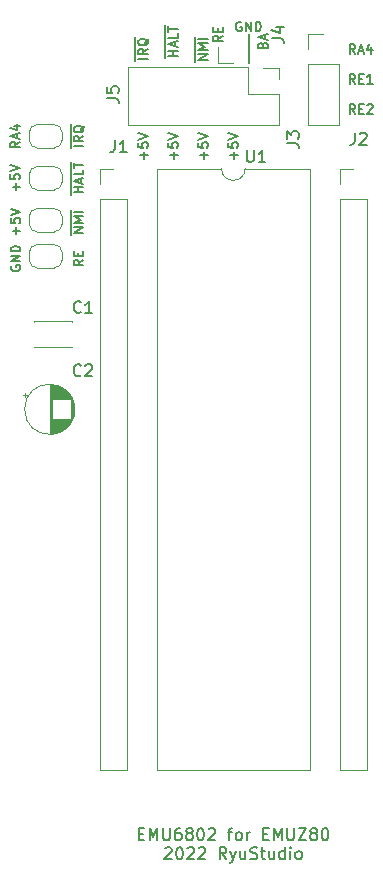
<source format=gto>
G04 #@! TF.GenerationSoftware,KiCad,Pcbnew,(6.0.7)*
G04 #@! TF.CreationDate,2022-08-25T15:57:15-07:00*
G04 #@! TF.ProjectId,emu6802,656d7536-3830-4322-9e6b-696361645f70,rev?*
G04 #@! TF.SameCoordinates,Original*
G04 #@! TF.FileFunction,Legend,Top*
G04 #@! TF.FilePolarity,Positive*
%FSLAX46Y46*%
G04 Gerber Fmt 4.6, Leading zero omitted, Abs format (unit mm)*
G04 Created by KiCad (PCBNEW (6.0.7)) date 2022-08-25 15:57:15*
%MOMM*%
%LPD*%
G01*
G04 APERTURE LIST*
%ADD10C,0.150000*%
%ADD11C,0.120000*%
G04 APERTURE END LIST*
D10*
X53051904Y-62452190D02*
X52670952Y-62718857D01*
X53051904Y-62909333D02*
X52251904Y-62909333D01*
X52251904Y-62604571D01*
X52290000Y-62528380D01*
X52328095Y-62490285D01*
X52404285Y-62452190D01*
X52518571Y-62452190D01*
X52594761Y-62490285D01*
X52632857Y-62528380D01*
X52670952Y-62604571D01*
X52670952Y-62909333D01*
X52823333Y-62147428D02*
X52823333Y-61766476D01*
X53051904Y-62223619D02*
X52251904Y-61956952D01*
X53051904Y-61690285D01*
X52518571Y-61080761D02*
X53051904Y-61080761D01*
X52213809Y-61271238D02*
X52785238Y-61461714D01*
X52785238Y-60966476D01*
X58415904Y-72458285D02*
X58034952Y-72724952D01*
X58415904Y-72915428D02*
X57615904Y-72915428D01*
X57615904Y-72610666D01*
X57654000Y-72534476D01*
X57692095Y-72496380D01*
X57768285Y-72458285D01*
X57882571Y-72458285D01*
X57958761Y-72496380D01*
X57996857Y-72534476D01*
X58034952Y-72610666D01*
X58034952Y-72915428D01*
X57996857Y-72115428D02*
X57996857Y-71848761D01*
X58415904Y-71734476D02*
X58415904Y-72115428D01*
X57615904Y-72115428D01*
X57615904Y-71734476D01*
X70211904Y-53454285D02*
X69830952Y-53720952D01*
X70211904Y-53911428D02*
X69411904Y-53911428D01*
X69411904Y-53606666D01*
X69450000Y-53530476D01*
X69488095Y-53492380D01*
X69564285Y-53454285D01*
X69678571Y-53454285D01*
X69754761Y-53492380D01*
X69792857Y-53530476D01*
X69830952Y-53606666D01*
X69830952Y-53911428D01*
X69792857Y-53111428D02*
X69792857Y-52844761D01*
X70211904Y-52730476D02*
X70211904Y-53111428D01*
X69411904Y-53111428D01*
X69411904Y-52730476D01*
X81438809Y-54971904D02*
X81172142Y-54590952D01*
X80981666Y-54971904D02*
X80981666Y-54171904D01*
X81286428Y-54171904D01*
X81362619Y-54210000D01*
X81400714Y-54248095D01*
X81438809Y-54324285D01*
X81438809Y-54438571D01*
X81400714Y-54514761D01*
X81362619Y-54552857D01*
X81286428Y-54590952D01*
X80981666Y-54590952D01*
X81743571Y-54743333D02*
X82124523Y-54743333D01*
X81667380Y-54971904D02*
X81934047Y-54171904D01*
X82200714Y-54971904D01*
X82810238Y-54438571D02*
X82810238Y-54971904D01*
X82619761Y-54133809D02*
X82429285Y-54705238D01*
X82924523Y-54705238D01*
X65376000Y-55365476D02*
X65376000Y-54527380D01*
X66401904Y-55175000D02*
X65601904Y-55175000D01*
X65982857Y-55175000D02*
X65982857Y-54717857D01*
X66401904Y-54717857D02*
X65601904Y-54717857D01*
X65376000Y-54527380D02*
X65376000Y-53841666D01*
X66173333Y-54375000D02*
X66173333Y-53994047D01*
X66401904Y-54451190D02*
X65601904Y-54184523D01*
X66401904Y-53917857D01*
X65376000Y-53841666D02*
X65376000Y-53194047D01*
X66401904Y-53270238D02*
X66401904Y-53651190D01*
X65601904Y-53651190D01*
X65376000Y-53194047D02*
X65376000Y-52584523D01*
X65601904Y-53117857D02*
X65601904Y-52660714D01*
X66401904Y-52889285D02*
X65601904Y-52889285D01*
X71177142Y-63893571D02*
X71177142Y-63284047D01*
X71481904Y-63588809D02*
X70872380Y-63588809D01*
X70681904Y-62522142D02*
X70681904Y-62903095D01*
X71062857Y-62941190D01*
X71024761Y-62903095D01*
X70986666Y-62826904D01*
X70986666Y-62636428D01*
X71024761Y-62560238D01*
X71062857Y-62522142D01*
X71139047Y-62484047D01*
X71329523Y-62484047D01*
X71405714Y-62522142D01*
X71443809Y-62560238D01*
X71481904Y-62636428D01*
X71481904Y-62826904D01*
X71443809Y-62903095D01*
X71405714Y-62941190D01*
X70681904Y-62255476D02*
X71481904Y-61988809D01*
X70681904Y-61722142D01*
X52762142Y-70294569D02*
X52762142Y-69685045D01*
X53066904Y-69989807D02*
X52457380Y-69989807D01*
X52266904Y-68923140D02*
X52266904Y-69304093D01*
X52647857Y-69342188D01*
X52609761Y-69304093D01*
X52571666Y-69227902D01*
X52571666Y-69037426D01*
X52609761Y-68961236D01*
X52647857Y-68923140D01*
X52724047Y-68885045D01*
X52914523Y-68885045D01*
X52990714Y-68923140D01*
X53028809Y-68961236D01*
X53066904Y-69037426D01*
X53066904Y-69227902D01*
X53028809Y-69304093D01*
X52990714Y-69342188D01*
X52266904Y-68656474D02*
X53066904Y-68389807D01*
X52266904Y-68123140D01*
X52747142Y-66560571D02*
X52747142Y-65951047D01*
X53051904Y-66255809D02*
X52442380Y-66255809D01*
X52251904Y-65189142D02*
X52251904Y-65570095D01*
X52632857Y-65608190D01*
X52594761Y-65570095D01*
X52556666Y-65493904D01*
X52556666Y-65303428D01*
X52594761Y-65227238D01*
X52632857Y-65189142D01*
X52709047Y-65151047D01*
X52899523Y-65151047D01*
X52975714Y-65189142D01*
X53013809Y-65227238D01*
X53051904Y-65303428D01*
X53051904Y-65493904D01*
X53013809Y-65570095D01*
X52975714Y-65608190D01*
X52251904Y-64922476D02*
X53051904Y-64655809D01*
X52251904Y-64389142D01*
X68637142Y-63893571D02*
X68637142Y-63284047D01*
X68941904Y-63588809D02*
X68332380Y-63588809D01*
X68141904Y-62522142D02*
X68141904Y-62903095D01*
X68522857Y-62941190D01*
X68484761Y-62903095D01*
X68446666Y-62826904D01*
X68446666Y-62636428D01*
X68484761Y-62560238D01*
X68522857Y-62522142D01*
X68599047Y-62484047D01*
X68789523Y-62484047D01*
X68865714Y-62522142D01*
X68903809Y-62560238D01*
X68941904Y-62636428D01*
X68941904Y-62826904D01*
X68903809Y-62903095D01*
X68865714Y-62941190D01*
X68141904Y-62255476D02*
X68941904Y-61988809D01*
X68141904Y-61722142D01*
X63557142Y-63893571D02*
X63557142Y-63284047D01*
X63861904Y-63588809D02*
X63252380Y-63588809D01*
X63061904Y-62522142D02*
X63061904Y-62903095D01*
X63442857Y-62941190D01*
X63404761Y-62903095D01*
X63366666Y-62826904D01*
X63366666Y-62636428D01*
X63404761Y-62560238D01*
X63442857Y-62522142D01*
X63519047Y-62484047D01*
X63709523Y-62484047D01*
X63785714Y-62522142D01*
X63823809Y-62560238D01*
X63861904Y-62636428D01*
X63861904Y-62826904D01*
X63823809Y-62903095D01*
X63785714Y-62941190D01*
X63061904Y-62255476D02*
X63861904Y-61988809D01*
X63061904Y-61722142D01*
X71780476Y-52305000D02*
X71704285Y-52266904D01*
X71590000Y-52266904D01*
X71475714Y-52305000D01*
X71399523Y-52381190D01*
X71361428Y-52457380D01*
X71323333Y-52609761D01*
X71323333Y-52724047D01*
X71361428Y-52876428D01*
X71399523Y-52952619D01*
X71475714Y-53028809D01*
X71590000Y-53066904D01*
X71666190Y-53066904D01*
X71780476Y-53028809D01*
X71818571Y-52990714D01*
X71818571Y-52724047D01*
X71666190Y-52724047D01*
X72161428Y-53066904D02*
X72161428Y-52266904D01*
X72618571Y-53066904D01*
X72618571Y-52266904D01*
X72999523Y-53066904D02*
X72999523Y-52266904D01*
X73190000Y-52266904D01*
X73304285Y-52305000D01*
X73380476Y-52381190D01*
X73418571Y-52457380D01*
X73456666Y-52609761D01*
X73456666Y-52724047D01*
X73418571Y-52876428D01*
X73380476Y-52952619D01*
X73304285Y-53028809D01*
X73190000Y-53066904D01*
X72999523Y-53066904D01*
X81419761Y-60051904D02*
X81153095Y-59670952D01*
X80962619Y-60051904D02*
X80962619Y-59251904D01*
X81267380Y-59251904D01*
X81343571Y-59290000D01*
X81381666Y-59328095D01*
X81419761Y-59404285D01*
X81419761Y-59518571D01*
X81381666Y-59594761D01*
X81343571Y-59632857D01*
X81267380Y-59670952D01*
X80962619Y-59670952D01*
X81762619Y-59632857D02*
X82029285Y-59632857D01*
X82143571Y-60051904D02*
X81762619Y-60051904D01*
X81762619Y-59251904D01*
X82143571Y-59251904D01*
X82448333Y-59328095D02*
X82486428Y-59290000D01*
X82562619Y-59251904D01*
X82753095Y-59251904D01*
X82829285Y-59290000D01*
X82867380Y-59328095D01*
X82905476Y-59404285D01*
X82905476Y-59480476D01*
X82867380Y-59594761D01*
X82410238Y-60051904D01*
X82905476Y-60051904D01*
X62836000Y-55619523D02*
X62836000Y-55238571D01*
X63861904Y-55429047D02*
X63061904Y-55429047D01*
X62836000Y-55238571D02*
X62836000Y-54438571D01*
X63861904Y-54590952D02*
X63480952Y-54857619D01*
X63861904Y-55048095D02*
X63061904Y-55048095D01*
X63061904Y-54743333D01*
X63100000Y-54667142D01*
X63138095Y-54629047D01*
X63214285Y-54590952D01*
X63328571Y-54590952D01*
X63404761Y-54629047D01*
X63442857Y-54667142D01*
X63480952Y-54743333D01*
X63480952Y-55048095D01*
X62836000Y-54438571D02*
X62836000Y-53600476D01*
X63938095Y-53714761D02*
X63900000Y-53790952D01*
X63823809Y-53867142D01*
X63709523Y-53981428D01*
X63671428Y-54057619D01*
X63671428Y-54133809D01*
X63861904Y-54095714D02*
X63823809Y-54171904D01*
X63747619Y-54248095D01*
X63595238Y-54286190D01*
X63328571Y-54286190D01*
X63176190Y-54248095D01*
X63100000Y-54171904D01*
X63061904Y-54095714D01*
X63061904Y-53943333D01*
X63100000Y-53867142D01*
X63176190Y-53790952D01*
X63328571Y-53752857D01*
X63595238Y-53752857D01*
X63747619Y-53790952D01*
X63823809Y-53867142D01*
X63861904Y-53943333D01*
X63861904Y-54095714D01*
X57390000Y-66922476D02*
X57390000Y-66084380D01*
X58415904Y-66732000D02*
X57615904Y-66732000D01*
X57996857Y-66732000D02*
X57996857Y-66274857D01*
X58415904Y-66274857D02*
X57615904Y-66274857D01*
X57390000Y-66084380D02*
X57390000Y-65398666D01*
X58187333Y-65932000D02*
X58187333Y-65551047D01*
X58415904Y-66008190D02*
X57615904Y-65741523D01*
X58415904Y-65474857D01*
X57390000Y-65398666D02*
X57390000Y-64751047D01*
X58415904Y-64827238D02*
X58415904Y-65208190D01*
X57615904Y-65208190D01*
X57390000Y-64751047D02*
X57390000Y-64141523D01*
X57615904Y-64674857D02*
X57615904Y-64217714D01*
X58415904Y-64446285D02*
X57615904Y-64446285D01*
X57390000Y-62985523D02*
X57390000Y-62604571D01*
X58415904Y-62795047D02*
X57615904Y-62795047D01*
X57390000Y-62604571D02*
X57390000Y-61804571D01*
X58415904Y-61956952D02*
X58034952Y-62223619D01*
X58415904Y-62414095D02*
X57615904Y-62414095D01*
X57615904Y-62109333D01*
X57654000Y-62033142D01*
X57692095Y-61995047D01*
X57768285Y-61956952D01*
X57882571Y-61956952D01*
X57958761Y-61995047D01*
X57996857Y-62033142D01*
X58034952Y-62109333D01*
X58034952Y-62414095D01*
X57390000Y-61804571D02*
X57390000Y-60966476D01*
X58492095Y-61080761D02*
X58454000Y-61156952D01*
X58377809Y-61233142D01*
X58263523Y-61347428D01*
X58225428Y-61423619D01*
X58225428Y-61499809D01*
X58415904Y-61461714D02*
X58377809Y-61537904D01*
X58301619Y-61614095D01*
X58149238Y-61652190D01*
X57882571Y-61652190D01*
X57730190Y-61614095D01*
X57654000Y-61537904D01*
X57615904Y-61461714D01*
X57615904Y-61309333D01*
X57654000Y-61233142D01*
X57730190Y-61156952D01*
X57882571Y-61118857D01*
X58149238Y-61118857D01*
X58301619Y-61156952D01*
X58377809Y-61233142D01*
X58415904Y-61309333D01*
X58415904Y-61461714D01*
X66097142Y-63893571D02*
X66097142Y-63284047D01*
X66401904Y-63588809D02*
X65792380Y-63588809D01*
X65601904Y-62522142D02*
X65601904Y-62903095D01*
X65982857Y-62941190D01*
X65944761Y-62903095D01*
X65906666Y-62826904D01*
X65906666Y-62636428D01*
X65944761Y-62560238D01*
X65982857Y-62522142D01*
X66059047Y-62484047D01*
X66249523Y-62484047D01*
X66325714Y-62522142D01*
X66363809Y-62560238D01*
X66401904Y-62636428D01*
X66401904Y-62826904D01*
X66363809Y-62903095D01*
X66325714Y-62941190D01*
X65601904Y-62255476D02*
X66401904Y-61988809D01*
X65601904Y-61722142D01*
X52305000Y-72953523D02*
X52266904Y-73029714D01*
X52266904Y-73144000D01*
X52305000Y-73258285D01*
X52381190Y-73334476D01*
X52457380Y-73372571D01*
X52609761Y-73410666D01*
X52724047Y-73410666D01*
X52876428Y-73372571D01*
X52952619Y-73334476D01*
X53028809Y-73258285D01*
X53066904Y-73144000D01*
X53066904Y-73067809D01*
X53028809Y-72953523D01*
X52990714Y-72915428D01*
X52724047Y-72915428D01*
X52724047Y-73067809D01*
X53066904Y-72572571D02*
X52266904Y-72572571D01*
X53066904Y-72115428D01*
X52266904Y-72115428D01*
X53066904Y-71734476D02*
X52266904Y-71734476D01*
X52266904Y-71544000D01*
X52305000Y-71429714D01*
X52381190Y-71353523D01*
X52457380Y-71315428D01*
X52609761Y-71277333D01*
X52724047Y-71277333D01*
X52876428Y-71315428D01*
X52952619Y-71353523D01*
X53028809Y-71429714D01*
X53066904Y-71544000D01*
X53066904Y-71734476D01*
X67916000Y-55676666D02*
X67916000Y-54838571D01*
X68941904Y-55486190D02*
X68141904Y-55486190D01*
X68941904Y-55029047D01*
X68141904Y-55029047D01*
X67916000Y-54838571D02*
X67916000Y-53924285D01*
X68941904Y-54648095D02*
X68141904Y-54648095D01*
X68713333Y-54381428D01*
X68141904Y-54114761D01*
X68941904Y-54114761D01*
X67916000Y-53924285D02*
X67916000Y-53543333D01*
X68941904Y-53733809D02*
X68141904Y-53733809D01*
X57390000Y-70332664D02*
X57390000Y-69494569D01*
X58415904Y-70142188D02*
X57615904Y-70142188D01*
X58415904Y-69685045D01*
X57615904Y-69685045D01*
X57390000Y-69494569D02*
X57390000Y-68580283D01*
X58415904Y-69304093D02*
X57615904Y-69304093D01*
X58187333Y-69037426D01*
X57615904Y-68770759D01*
X58415904Y-68770759D01*
X57390000Y-68580283D02*
X57390000Y-68199331D01*
X58415904Y-68389807D02*
X57615904Y-68389807D01*
X73602857Y-54260714D02*
X73640952Y-54146428D01*
X73679047Y-54108333D01*
X73755238Y-54070238D01*
X73869523Y-54070238D01*
X73945714Y-54108333D01*
X73983809Y-54146428D01*
X74021904Y-54222619D01*
X74021904Y-54527380D01*
X73221904Y-54527380D01*
X73221904Y-54260714D01*
X73260000Y-54184523D01*
X73298095Y-54146428D01*
X73374285Y-54108333D01*
X73450476Y-54108333D01*
X73526666Y-54146428D01*
X73564761Y-54184523D01*
X73602857Y-54260714D01*
X73602857Y-54527380D01*
X73793333Y-53765476D02*
X73793333Y-53384523D01*
X74021904Y-53841666D02*
X73221904Y-53575000D01*
X74021904Y-53308333D01*
X63120000Y-121043571D02*
X63453333Y-121043571D01*
X63596190Y-121567380D02*
X63120000Y-121567380D01*
X63120000Y-120567380D01*
X63596190Y-120567380D01*
X64024761Y-121567380D02*
X64024761Y-120567380D01*
X64358095Y-121281666D01*
X64691428Y-120567380D01*
X64691428Y-121567380D01*
X65167619Y-120567380D02*
X65167619Y-121376904D01*
X65215238Y-121472142D01*
X65262857Y-121519761D01*
X65358095Y-121567380D01*
X65548571Y-121567380D01*
X65643809Y-121519761D01*
X65691428Y-121472142D01*
X65739047Y-121376904D01*
X65739047Y-120567380D01*
X66643809Y-120567380D02*
X66453333Y-120567380D01*
X66358095Y-120615000D01*
X66310476Y-120662619D01*
X66215238Y-120805476D01*
X66167619Y-120995952D01*
X66167619Y-121376904D01*
X66215238Y-121472142D01*
X66262857Y-121519761D01*
X66358095Y-121567380D01*
X66548571Y-121567380D01*
X66643809Y-121519761D01*
X66691428Y-121472142D01*
X66739047Y-121376904D01*
X66739047Y-121138809D01*
X66691428Y-121043571D01*
X66643809Y-120995952D01*
X66548571Y-120948333D01*
X66358095Y-120948333D01*
X66262857Y-120995952D01*
X66215238Y-121043571D01*
X66167619Y-121138809D01*
X67310476Y-120995952D02*
X67215238Y-120948333D01*
X67167619Y-120900714D01*
X67120000Y-120805476D01*
X67120000Y-120757857D01*
X67167619Y-120662619D01*
X67215238Y-120615000D01*
X67310476Y-120567380D01*
X67500952Y-120567380D01*
X67596190Y-120615000D01*
X67643809Y-120662619D01*
X67691428Y-120757857D01*
X67691428Y-120805476D01*
X67643809Y-120900714D01*
X67596190Y-120948333D01*
X67500952Y-120995952D01*
X67310476Y-120995952D01*
X67215238Y-121043571D01*
X67167619Y-121091190D01*
X67120000Y-121186428D01*
X67120000Y-121376904D01*
X67167619Y-121472142D01*
X67215238Y-121519761D01*
X67310476Y-121567380D01*
X67500952Y-121567380D01*
X67596190Y-121519761D01*
X67643809Y-121472142D01*
X67691428Y-121376904D01*
X67691428Y-121186428D01*
X67643809Y-121091190D01*
X67596190Y-121043571D01*
X67500952Y-120995952D01*
X68310476Y-120567380D02*
X68405714Y-120567380D01*
X68500952Y-120615000D01*
X68548571Y-120662619D01*
X68596190Y-120757857D01*
X68643809Y-120948333D01*
X68643809Y-121186428D01*
X68596190Y-121376904D01*
X68548571Y-121472142D01*
X68500952Y-121519761D01*
X68405714Y-121567380D01*
X68310476Y-121567380D01*
X68215238Y-121519761D01*
X68167619Y-121472142D01*
X68120000Y-121376904D01*
X68072380Y-121186428D01*
X68072380Y-120948333D01*
X68120000Y-120757857D01*
X68167619Y-120662619D01*
X68215238Y-120615000D01*
X68310476Y-120567380D01*
X69024761Y-120662619D02*
X69072380Y-120615000D01*
X69167619Y-120567380D01*
X69405714Y-120567380D01*
X69500952Y-120615000D01*
X69548571Y-120662619D01*
X69596190Y-120757857D01*
X69596190Y-120853095D01*
X69548571Y-120995952D01*
X68977142Y-121567380D01*
X69596190Y-121567380D01*
X70643809Y-120900714D02*
X71024761Y-120900714D01*
X70786666Y-121567380D02*
X70786666Y-120710238D01*
X70834285Y-120615000D01*
X70929523Y-120567380D01*
X71024761Y-120567380D01*
X71500952Y-121567380D02*
X71405714Y-121519761D01*
X71358095Y-121472142D01*
X71310476Y-121376904D01*
X71310476Y-121091190D01*
X71358095Y-120995952D01*
X71405714Y-120948333D01*
X71500952Y-120900714D01*
X71643809Y-120900714D01*
X71739047Y-120948333D01*
X71786666Y-120995952D01*
X71834285Y-121091190D01*
X71834285Y-121376904D01*
X71786666Y-121472142D01*
X71739047Y-121519761D01*
X71643809Y-121567380D01*
X71500952Y-121567380D01*
X72262857Y-121567380D02*
X72262857Y-120900714D01*
X72262857Y-121091190D02*
X72310476Y-120995952D01*
X72358095Y-120948333D01*
X72453333Y-120900714D01*
X72548571Y-120900714D01*
X73643809Y-121043571D02*
X73977142Y-121043571D01*
X74120000Y-121567380D02*
X73643809Y-121567380D01*
X73643809Y-120567380D01*
X74120000Y-120567380D01*
X74548571Y-121567380D02*
X74548571Y-120567380D01*
X74881904Y-121281666D01*
X75215238Y-120567380D01*
X75215238Y-121567380D01*
X75691428Y-120567380D02*
X75691428Y-121376904D01*
X75739047Y-121472142D01*
X75786666Y-121519761D01*
X75881904Y-121567380D01*
X76072380Y-121567380D01*
X76167619Y-121519761D01*
X76215238Y-121472142D01*
X76262857Y-121376904D01*
X76262857Y-120567380D01*
X76643809Y-120567380D02*
X77310476Y-120567380D01*
X76643809Y-121567380D01*
X77310476Y-121567380D01*
X77834285Y-120995952D02*
X77739047Y-120948333D01*
X77691428Y-120900714D01*
X77643809Y-120805476D01*
X77643809Y-120757857D01*
X77691428Y-120662619D01*
X77739047Y-120615000D01*
X77834285Y-120567380D01*
X78024761Y-120567380D01*
X78120000Y-120615000D01*
X78167619Y-120662619D01*
X78215238Y-120757857D01*
X78215238Y-120805476D01*
X78167619Y-120900714D01*
X78120000Y-120948333D01*
X78024761Y-120995952D01*
X77834285Y-120995952D01*
X77739047Y-121043571D01*
X77691428Y-121091190D01*
X77643809Y-121186428D01*
X77643809Y-121376904D01*
X77691428Y-121472142D01*
X77739047Y-121519761D01*
X77834285Y-121567380D01*
X78024761Y-121567380D01*
X78120000Y-121519761D01*
X78167619Y-121472142D01*
X78215238Y-121376904D01*
X78215238Y-121186428D01*
X78167619Y-121091190D01*
X78120000Y-121043571D01*
X78024761Y-120995952D01*
X78834285Y-120567380D02*
X78929523Y-120567380D01*
X79024761Y-120615000D01*
X79072380Y-120662619D01*
X79120000Y-120757857D01*
X79167619Y-120948333D01*
X79167619Y-121186428D01*
X79120000Y-121376904D01*
X79072380Y-121472142D01*
X79024761Y-121519761D01*
X78929523Y-121567380D01*
X78834285Y-121567380D01*
X78739047Y-121519761D01*
X78691428Y-121472142D01*
X78643809Y-121376904D01*
X78596190Y-121186428D01*
X78596190Y-120948333D01*
X78643809Y-120757857D01*
X78691428Y-120662619D01*
X78739047Y-120615000D01*
X78834285Y-120567380D01*
X65334285Y-122272619D02*
X65381904Y-122225000D01*
X65477142Y-122177380D01*
X65715238Y-122177380D01*
X65810476Y-122225000D01*
X65858095Y-122272619D01*
X65905714Y-122367857D01*
X65905714Y-122463095D01*
X65858095Y-122605952D01*
X65286666Y-123177380D01*
X65905714Y-123177380D01*
X66524761Y-122177380D02*
X66620000Y-122177380D01*
X66715238Y-122225000D01*
X66762857Y-122272619D01*
X66810476Y-122367857D01*
X66858095Y-122558333D01*
X66858095Y-122796428D01*
X66810476Y-122986904D01*
X66762857Y-123082142D01*
X66715238Y-123129761D01*
X66620000Y-123177380D01*
X66524761Y-123177380D01*
X66429523Y-123129761D01*
X66381904Y-123082142D01*
X66334285Y-122986904D01*
X66286666Y-122796428D01*
X66286666Y-122558333D01*
X66334285Y-122367857D01*
X66381904Y-122272619D01*
X66429523Y-122225000D01*
X66524761Y-122177380D01*
X67239047Y-122272619D02*
X67286666Y-122225000D01*
X67381904Y-122177380D01*
X67620000Y-122177380D01*
X67715238Y-122225000D01*
X67762857Y-122272619D01*
X67810476Y-122367857D01*
X67810476Y-122463095D01*
X67762857Y-122605952D01*
X67191428Y-123177380D01*
X67810476Y-123177380D01*
X68191428Y-122272619D02*
X68239047Y-122225000D01*
X68334285Y-122177380D01*
X68572380Y-122177380D01*
X68667619Y-122225000D01*
X68715238Y-122272619D01*
X68762857Y-122367857D01*
X68762857Y-122463095D01*
X68715238Y-122605952D01*
X68143809Y-123177380D01*
X68762857Y-123177380D01*
X70524761Y-123177380D02*
X70191428Y-122701190D01*
X69953333Y-123177380D02*
X69953333Y-122177380D01*
X70334285Y-122177380D01*
X70429523Y-122225000D01*
X70477142Y-122272619D01*
X70524761Y-122367857D01*
X70524761Y-122510714D01*
X70477142Y-122605952D01*
X70429523Y-122653571D01*
X70334285Y-122701190D01*
X69953333Y-122701190D01*
X70858095Y-122510714D02*
X71096190Y-123177380D01*
X71334285Y-122510714D02*
X71096190Y-123177380D01*
X71000952Y-123415476D01*
X70953333Y-123463095D01*
X70858095Y-123510714D01*
X72143809Y-122510714D02*
X72143809Y-123177380D01*
X71715238Y-122510714D02*
X71715238Y-123034523D01*
X71762857Y-123129761D01*
X71858095Y-123177380D01*
X72000952Y-123177380D01*
X72096190Y-123129761D01*
X72143809Y-123082142D01*
X72572380Y-123129761D02*
X72715238Y-123177380D01*
X72953333Y-123177380D01*
X73048571Y-123129761D01*
X73096190Y-123082142D01*
X73143809Y-122986904D01*
X73143809Y-122891666D01*
X73096190Y-122796428D01*
X73048571Y-122748809D01*
X72953333Y-122701190D01*
X72762857Y-122653571D01*
X72667619Y-122605952D01*
X72620000Y-122558333D01*
X72572380Y-122463095D01*
X72572380Y-122367857D01*
X72620000Y-122272619D01*
X72667619Y-122225000D01*
X72762857Y-122177380D01*
X73000952Y-122177380D01*
X73143809Y-122225000D01*
X73429523Y-122510714D02*
X73810476Y-122510714D01*
X73572380Y-122177380D02*
X73572380Y-123034523D01*
X73620000Y-123129761D01*
X73715238Y-123177380D01*
X73810476Y-123177380D01*
X74572380Y-122510714D02*
X74572380Y-123177380D01*
X74143809Y-122510714D02*
X74143809Y-123034523D01*
X74191428Y-123129761D01*
X74286666Y-123177380D01*
X74429523Y-123177380D01*
X74524761Y-123129761D01*
X74572380Y-123082142D01*
X75477142Y-123177380D02*
X75477142Y-122177380D01*
X75477142Y-123129761D02*
X75381904Y-123177380D01*
X75191428Y-123177380D01*
X75096190Y-123129761D01*
X75048571Y-123082142D01*
X75000952Y-122986904D01*
X75000952Y-122701190D01*
X75048571Y-122605952D01*
X75096190Y-122558333D01*
X75191428Y-122510714D01*
X75381904Y-122510714D01*
X75477142Y-122558333D01*
X75953333Y-123177380D02*
X75953333Y-122510714D01*
X75953333Y-122177380D02*
X75905714Y-122225000D01*
X75953333Y-122272619D01*
X76000952Y-122225000D01*
X75953333Y-122177380D01*
X75953333Y-122272619D01*
X76572380Y-123177380D02*
X76477142Y-123129761D01*
X76429523Y-123082142D01*
X76381904Y-122986904D01*
X76381904Y-122701190D01*
X76429523Y-122605952D01*
X76477142Y-122558333D01*
X76572380Y-122510714D01*
X76715238Y-122510714D01*
X76810476Y-122558333D01*
X76858095Y-122605952D01*
X76905714Y-122701190D01*
X76905714Y-122986904D01*
X76858095Y-123082142D01*
X76810476Y-123129761D01*
X76715238Y-123177380D01*
X76572380Y-123177380D01*
X81419761Y-57511904D02*
X81153095Y-57130952D01*
X80962619Y-57511904D02*
X80962619Y-56711904D01*
X81267380Y-56711904D01*
X81343571Y-56750000D01*
X81381666Y-56788095D01*
X81419761Y-56864285D01*
X81419761Y-56978571D01*
X81381666Y-57054761D01*
X81343571Y-57092857D01*
X81267380Y-57130952D01*
X80962619Y-57130952D01*
X81762619Y-57092857D02*
X82029285Y-57092857D01*
X82143571Y-57511904D02*
X81762619Y-57511904D01*
X81762619Y-56711904D01*
X82143571Y-56711904D01*
X82905476Y-57511904D02*
X82448333Y-57511904D01*
X82676904Y-57511904D02*
X82676904Y-56711904D01*
X82600714Y-56826190D01*
X82524523Y-56902380D01*
X82448333Y-56940476D01*
X58213333Y-82197142D02*
X58165714Y-82244761D01*
X58022857Y-82292380D01*
X57927619Y-82292380D01*
X57784761Y-82244761D01*
X57689523Y-82149523D01*
X57641904Y-82054285D01*
X57594285Y-81863809D01*
X57594285Y-81720952D01*
X57641904Y-81530476D01*
X57689523Y-81435238D01*
X57784761Y-81340000D01*
X57927619Y-81292380D01*
X58022857Y-81292380D01*
X58165714Y-81340000D01*
X58213333Y-81387619D01*
X58594285Y-81387619D02*
X58641904Y-81340000D01*
X58737142Y-81292380D01*
X58975238Y-81292380D01*
X59070476Y-81340000D01*
X59118095Y-81387619D01*
X59165714Y-81482857D01*
X59165714Y-81578095D01*
X59118095Y-81720952D01*
X58546666Y-82292380D01*
X59165714Y-82292380D01*
X81403866Y-61682380D02*
X81403866Y-62396666D01*
X81356247Y-62539523D01*
X81261009Y-62634761D01*
X81118152Y-62682380D01*
X81022914Y-62682380D01*
X81832438Y-61777619D02*
X81880057Y-61730000D01*
X81975295Y-61682380D01*
X82213390Y-61682380D01*
X82308628Y-61730000D01*
X82356247Y-61777619D01*
X82403866Y-61872857D01*
X82403866Y-61968095D01*
X82356247Y-62110952D01*
X81784819Y-62682380D01*
X82403866Y-62682380D01*
X60412380Y-58753333D02*
X61126666Y-58753333D01*
X61269523Y-58800952D01*
X61364761Y-58896190D01*
X61412380Y-59039047D01*
X61412380Y-59134285D01*
X60412380Y-57800952D02*
X60412380Y-58277142D01*
X60888571Y-58324761D01*
X60840952Y-58277142D01*
X60793333Y-58181904D01*
X60793333Y-57943809D01*
X60840952Y-57848571D01*
X60888571Y-57800952D01*
X60983809Y-57753333D01*
X61221904Y-57753333D01*
X61317142Y-57800952D01*
X61364761Y-57848571D01*
X61412380Y-57943809D01*
X61412380Y-58181904D01*
X61364761Y-58277142D01*
X61317142Y-58324761D01*
X58213333Y-76847142D02*
X58165714Y-76894761D01*
X58022857Y-76942380D01*
X57927619Y-76942380D01*
X57784761Y-76894761D01*
X57689523Y-76799523D01*
X57641904Y-76704285D01*
X57594285Y-76513809D01*
X57594285Y-76370952D01*
X57641904Y-76180476D01*
X57689523Y-76085238D01*
X57784761Y-75990000D01*
X57927619Y-75942380D01*
X58022857Y-75942380D01*
X58165714Y-75990000D01*
X58213333Y-76037619D01*
X59165714Y-76942380D02*
X58594285Y-76942380D01*
X58880000Y-76942380D02*
X58880000Y-75942380D01*
X58784761Y-76085238D01*
X58689523Y-76180476D01*
X58594285Y-76228095D01*
X72263095Y-63162380D02*
X72263095Y-63971904D01*
X72310714Y-64067142D01*
X72358333Y-64114761D01*
X72453571Y-64162380D01*
X72644047Y-64162380D01*
X72739285Y-64114761D01*
X72786904Y-64067142D01*
X72834523Y-63971904D01*
X72834523Y-63162380D01*
X73834523Y-64162380D02*
X73263095Y-64162380D01*
X73548809Y-64162380D02*
X73548809Y-63162380D01*
X73453571Y-63305238D01*
X73358333Y-63400476D01*
X73263095Y-63448095D01*
X74382380Y-53673333D02*
X75096666Y-53673333D01*
X75239523Y-53720952D01*
X75334761Y-53816190D01*
X75382380Y-53959047D01*
X75382380Y-54054285D01*
X74715714Y-52768571D02*
X75382380Y-52768571D01*
X74334761Y-53006666D02*
X75049047Y-53244761D01*
X75049047Y-52625714D01*
X61083866Y-62317380D02*
X61083866Y-63031666D01*
X61036247Y-63174523D01*
X60941009Y-63269761D01*
X60798152Y-63317380D01*
X60702914Y-63317380D01*
X62083866Y-63317380D02*
X61512438Y-63317380D01*
X61798152Y-63317380D02*
X61798152Y-62317380D01*
X61702914Y-62460238D01*
X61607676Y-62555476D01*
X61512438Y-62603095D01*
X75652380Y-62563333D02*
X76366666Y-62563333D01*
X76509523Y-62610952D01*
X76604761Y-62706190D01*
X76652380Y-62849047D01*
X76652380Y-62944285D01*
X75652380Y-62182380D02*
X75652380Y-61563333D01*
X76033333Y-61896666D01*
X76033333Y-61753809D01*
X76080952Y-61658571D01*
X76128571Y-61610952D01*
X76223809Y-61563333D01*
X76461904Y-61563333D01*
X76557142Y-61610952D01*
X76604761Y-61658571D01*
X76652380Y-61753809D01*
X76652380Y-62039523D01*
X76604761Y-62134761D01*
X76557142Y-62182380D01*
D11*
X56891000Y-83471000D02*
X56891000Y-84250000D01*
X56571000Y-85930000D02*
X56571000Y-86920000D01*
X56010000Y-85930000D02*
X56010000Y-87124000D01*
X57411000Y-84077000D02*
X57411000Y-86103000D01*
X53300199Y-83895000D02*
X53700199Y-83895000D01*
X56291000Y-83136000D02*
X56291000Y-84250000D01*
X56130000Y-85930000D02*
X56130000Y-87095000D01*
X56971000Y-85930000D02*
X56971000Y-86642000D01*
X56531000Y-83239000D02*
X56531000Y-84250000D01*
X55930000Y-83040000D02*
X55930000Y-84250000D01*
X56731000Y-83355000D02*
X56731000Y-84250000D01*
X56250000Y-85930000D02*
X56250000Y-87058000D01*
X56170000Y-85930000D02*
X56170000Y-87084000D01*
X57651000Y-84720000D02*
X57651000Y-85460000D01*
X56411000Y-83183000D02*
X56411000Y-84250000D01*
X56611000Y-83282000D02*
X56611000Y-84250000D01*
X56691000Y-83330000D02*
X56691000Y-84250000D01*
X56691000Y-85930000D02*
X56691000Y-86850000D01*
X56371000Y-85930000D02*
X56371000Y-87014000D01*
X56130000Y-83085000D02*
X56130000Y-84250000D01*
X57131000Y-85930000D02*
X57131000Y-86486000D01*
X56411000Y-85930000D02*
X56411000Y-86997000D01*
X57491000Y-84231000D02*
X57491000Y-85949000D01*
X56491000Y-85930000D02*
X56491000Y-86960000D01*
X57251000Y-83836000D02*
X57251000Y-84250000D01*
X56771000Y-85930000D02*
X56771000Y-86798000D01*
X57171000Y-83739000D02*
X57171000Y-84250000D01*
X55970000Y-85930000D02*
X55970000Y-87132000D01*
X56571000Y-83260000D02*
X56571000Y-84250000D01*
X55690000Y-83013000D02*
X55690000Y-87167000D01*
X56931000Y-85930000D02*
X56931000Y-86677000D01*
X56371000Y-83166000D02*
X56371000Y-84250000D01*
X56651000Y-83305000D02*
X56651000Y-84250000D01*
X57171000Y-85930000D02*
X57171000Y-86441000D01*
X56050000Y-85930000D02*
X56050000Y-87115000D01*
X57371000Y-84010000D02*
X57371000Y-84250000D01*
X56250000Y-83122000D02*
X56250000Y-84250000D01*
X56331000Y-85930000D02*
X56331000Y-87030000D01*
X55930000Y-85930000D02*
X55930000Y-87140000D01*
X55730000Y-83016000D02*
X55730000Y-87164000D01*
X57531000Y-84322000D02*
X57531000Y-85858000D01*
X57091000Y-85930000D02*
X57091000Y-86528000D01*
X56010000Y-83056000D02*
X56010000Y-84250000D01*
X57091000Y-83652000D02*
X57091000Y-84250000D01*
X55890000Y-85930000D02*
X55890000Y-87146000D01*
X55970000Y-83048000D02*
X55970000Y-84250000D01*
X55810000Y-83023000D02*
X55810000Y-84250000D01*
X56771000Y-83382000D02*
X56771000Y-84250000D01*
X56090000Y-85930000D02*
X56090000Y-87106000D01*
X56050000Y-83065000D02*
X56050000Y-84250000D01*
X55570000Y-83010000D02*
X55570000Y-87170000D01*
X57051000Y-85930000D02*
X57051000Y-86568000D01*
X57131000Y-83694000D02*
X57131000Y-84250000D01*
X55770000Y-83019000D02*
X55770000Y-84250000D01*
X56170000Y-83096000D02*
X56170000Y-84250000D01*
X56210000Y-83108000D02*
X56210000Y-84250000D01*
X56451000Y-83201000D02*
X56451000Y-84250000D01*
X56331000Y-83150000D02*
X56331000Y-84250000D01*
X56851000Y-85930000D02*
X56851000Y-86740000D01*
X57251000Y-85930000D02*
X57251000Y-86344000D01*
X56891000Y-85930000D02*
X56891000Y-86709000D01*
X56811000Y-83410000D02*
X56811000Y-84250000D01*
X56731000Y-85930000D02*
X56731000Y-86825000D01*
X57291000Y-85930000D02*
X57291000Y-86290000D01*
X55610000Y-83010000D02*
X55610000Y-87170000D01*
X55810000Y-85930000D02*
X55810000Y-87157000D01*
X56291000Y-85930000D02*
X56291000Y-87044000D01*
X57331000Y-83948000D02*
X57331000Y-84250000D01*
X56851000Y-83440000D02*
X56851000Y-84250000D01*
X57451000Y-84150000D02*
X57451000Y-86030000D01*
X56531000Y-85930000D02*
X56531000Y-86941000D01*
X56651000Y-85930000D02*
X56651000Y-86875000D01*
X56971000Y-83538000D02*
X56971000Y-84250000D01*
X55850000Y-83028000D02*
X55850000Y-84250000D01*
X57291000Y-83890000D02*
X57291000Y-84250000D01*
X57611000Y-84553000D02*
X57611000Y-85627000D01*
X57051000Y-83612000D02*
X57051000Y-84250000D01*
X55650000Y-83011000D02*
X55650000Y-87169000D01*
X55770000Y-85930000D02*
X55770000Y-87161000D01*
X53500199Y-83695000D02*
X53500199Y-84095000D01*
X56090000Y-83074000D02*
X56090000Y-84250000D01*
X57371000Y-85930000D02*
X57371000Y-86170000D01*
X56811000Y-85930000D02*
X56811000Y-86770000D01*
X57211000Y-85930000D02*
X57211000Y-86394000D01*
X55890000Y-83034000D02*
X55890000Y-84250000D01*
X56491000Y-83220000D02*
X56491000Y-84250000D01*
X57331000Y-85930000D02*
X57331000Y-86232000D01*
X56931000Y-83503000D02*
X56931000Y-84250000D01*
X55850000Y-85930000D02*
X55850000Y-87152000D01*
X57571000Y-84426000D02*
X57571000Y-85754000D01*
X57011000Y-85930000D02*
X57011000Y-86606000D01*
X57011000Y-83574000D02*
X57011000Y-84250000D01*
X57211000Y-83786000D02*
X57211000Y-84250000D01*
X56611000Y-85930000D02*
X56611000Y-86898000D01*
X56210000Y-85930000D02*
X56210000Y-87072000D01*
X56451000Y-85930000D02*
X56451000Y-86979000D01*
X57690000Y-85090000D02*
G75*
G03*
X57690000Y-85090000I-2120000J0D01*
G01*
X54530000Y-60976000D02*
X55930000Y-60976000D01*
X53830000Y-62276000D02*
X53830000Y-61676000D01*
X56630000Y-61676000D02*
X56630000Y-62276000D01*
X55930000Y-62976000D02*
X54530000Y-62976000D01*
X55930000Y-62976000D02*
G75*
G03*
X56630000Y-62276000I0J700000D01*
G01*
X56630000Y-61676000D02*
G75*
G03*
X55930000Y-60976000I-700000J0D01*
G01*
X53830000Y-62276000D02*
G75*
G03*
X54530000Y-62976000I699999J-1D01*
G01*
X54530000Y-60976000D02*
G75*
G03*
X53830000Y-61676000I-1J-699999D01*
G01*
X55930000Y-66532000D02*
X54530000Y-66532000D01*
X56630000Y-65232000D02*
X56630000Y-65832000D01*
X54530000Y-64532000D02*
X55930000Y-64532000D01*
X53830000Y-65832000D02*
X53830000Y-65232000D01*
X53830000Y-65832000D02*
G75*
G03*
X54530000Y-66532000I699999J-1D01*
G01*
X55930000Y-66532000D02*
G75*
G03*
X56630000Y-65832000I0J700000D01*
G01*
X56630000Y-65232000D02*
G75*
G03*
X55930000Y-64532000I-700000J0D01*
G01*
X54530000Y-64532000D02*
G75*
G03*
X53830000Y-65232000I-1J-699999D01*
G01*
X80150000Y-66040000D02*
X80150000Y-64710000D01*
X80150000Y-67310000D02*
X80150000Y-115630000D01*
X80150000Y-64710000D02*
X81280000Y-64710000D01*
X82410000Y-67310000D02*
X82410000Y-115630000D01*
X80150000Y-115630000D02*
X82410000Y-115630000D01*
X80150000Y-67310000D02*
X82410000Y-67310000D01*
X62165000Y-56134000D02*
X62165000Y-61020000D01*
X72385000Y-56134000D02*
X72385000Y-58420000D01*
X73655000Y-56159400D02*
X74985000Y-56159400D01*
X74985000Y-61020000D02*
X62165000Y-61020000D01*
X72385000Y-58420000D02*
X74985000Y-58420000D01*
X72385000Y-56134000D02*
X62165000Y-56134000D01*
X74985000Y-58420000D02*
X74985000Y-61020000D01*
X74985000Y-56159400D02*
X74985000Y-57150000D01*
X54240000Y-79795000D02*
X54240000Y-79860000D01*
X54240000Y-77620000D02*
X57480000Y-77620000D01*
X57480000Y-79795000D02*
X57480000Y-79860000D01*
X54240000Y-77620000D02*
X54240000Y-77685000D01*
X54240000Y-79860000D02*
X57480000Y-79860000D01*
X57480000Y-77620000D02*
X57480000Y-77685000D01*
X56630000Y-68788000D02*
X56630000Y-69388000D01*
X54530000Y-68088000D02*
X55930000Y-68088000D01*
X53830000Y-69388000D02*
X53830000Y-68788000D01*
X55930000Y-70088000D02*
X54530000Y-70088000D01*
X55930000Y-70088000D02*
G75*
G03*
X56630000Y-69388000I0J700000D01*
G01*
X56630000Y-68788000D02*
G75*
G03*
X55930000Y-68088000I-700000J0D01*
G01*
X53830000Y-69388000D02*
G75*
G03*
X54530000Y-70088000I699999J-1D01*
G01*
X54530000Y-68088000D02*
G75*
G03*
X53830000Y-68788000I-1J-699999D01*
G01*
X56630000Y-71836000D02*
X56630000Y-72436000D01*
X55930000Y-73136000D02*
X54530000Y-73136000D01*
X54530000Y-71136000D02*
X55930000Y-71136000D01*
X53830000Y-72436000D02*
X53830000Y-71836000D01*
X53830000Y-72436000D02*
G75*
G03*
X54530000Y-73136000I699999J-1D01*
G01*
X55930000Y-73136000D02*
G75*
G03*
X56630000Y-72436000I0J700000D01*
G01*
X56630000Y-71836000D02*
G75*
G03*
X55930000Y-71136000I-700000J0D01*
G01*
X54530000Y-71136000D02*
G75*
G03*
X53830000Y-71836000I-1J-699999D01*
G01*
X64660000Y-115630000D02*
X77580000Y-115630000D01*
X77580000Y-115630000D02*
X77580000Y-64710000D01*
X70120000Y-64710000D02*
X64660000Y-64710000D01*
X77580000Y-64710000D02*
X72120000Y-64710000D01*
X64660000Y-64710000D02*
X64660000Y-115630000D01*
X70120000Y-64710000D02*
G75*
G03*
X72120000Y-64710000I1000000J0D01*
G01*
X72390000Y-55803800D02*
X72390000Y-53280000D01*
X71120000Y-55778400D02*
X69790000Y-55778400D01*
X72440800Y-55753000D02*
X72415400Y-55753000D01*
X69799200Y-55757600D02*
X69799200Y-54427600D01*
X72390000Y-53280000D02*
X72450000Y-53280000D01*
X72450000Y-55778400D02*
X72450000Y-53280000D01*
X59830000Y-115630000D02*
X62090000Y-115630000D01*
X59830000Y-67310000D02*
X62090000Y-67310000D01*
X59830000Y-67310000D02*
X59830000Y-115630000D01*
X59830000Y-66040000D02*
X59830000Y-64710000D01*
X62090000Y-67310000D02*
X62090000Y-115630000D01*
X59830000Y-64710000D02*
X60960000Y-64710000D01*
X77410000Y-53300000D02*
X78740000Y-53300000D01*
X77410000Y-55900000D02*
X80070000Y-55900000D01*
X77410000Y-54630000D02*
X77410000Y-53300000D01*
X77410000Y-61040000D02*
X80070000Y-61040000D01*
X77410000Y-55900000D02*
X77410000Y-61040000D01*
X80070000Y-55900000D02*
X80070000Y-61040000D01*
M02*

</source>
